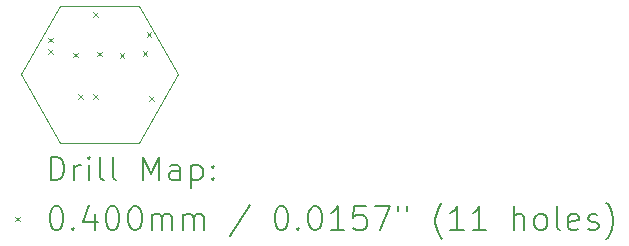
<source format=gbr>
%TF.GenerationSoftware,KiCad,Pcbnew,7.0.5*%
%TF.CreationDate,2023-06-07T10:21:34-06:00*%
%TF.ProjectId,ArmchairBarf,41726d63-6861-4697-9242-6172662e6b69,rev?*%
%TF.SameCoordinates,Original*%
%TF.FileFunction,Drillmap*%
%TF.FilePolarity,Positive*%
%FSLAX45Y45*%
G04 Gerber Fmt 4.5, Leading zero omitted, Abs format (unit mm)*
G04 Created by KiCad (PCBNEW 7.0.5) date 2023-06-07 10:21:34*
%MOMM*%
%LPD*%
G01*
G04 APERTURE LIST*
%ADD10C,0.100000*%
%ADD11C,0.200000*%
%ADD12C,0.040000*%
G04 APERTURE END LIST*
D10*
X15938500Y-10160000D02*
X15607364Y-10741754D01*
X14938149Y-10741754D01*
X14605000Y-10160000D01*
X14936747Y-9581377D01*
X15609013Y-9580370D01*
X15938500Y-10160000D01*
D11*
D12*
X14839000Y-9849550D02*
X14879000Y-9889550D01*
X14879000Y-9849550D02*
X14839000Y-9889550D01*
X14839000Y-9949500D02*
X14879000Y-9989500D01*
X14879000Y-9949500D02*
X14839000Y-9989500D01*
X15053091Y-9976507D02*
X15093091Y-10016507D01*
X15093091Y-9976507D02*
X15053091Y-10016507D01*
X15093000Y-10330500D02*
X15133000Y-10370500D01*
X15133000Y-10330500D02*
X15093000Y-10370500D01*
X15220000Y-9632000D02*
X15260000Y-9672000D01*
X15260000Y-9632000D02*
X15220000Y-9672000D01*
X15220000Y-10330500D02*
X15260000Y-10370500D01*
X15260000Y-10330500D02*
X15220000Y-10370500D01*
X15256305Y-9969170D02*
X15296305Y-10009170D01*
X15296305Y-9969170D02*
X15256305Y-10009170D01*
X15443390Y-9979922D02*
X15483390Y-10019922D01*
X15483390Y-9979922D02*
X15443390Y-10019922D01*
X15638000Y-9967020D02*
X15678000Y-10007020D01*
X15678000Y-9967020D02*
X15638000Y-10007020D01*
X15672228Y-9800721D02*
X15712228Y-9840721D01*
X15712228Y-9800721D02*
X15672228Y-9840721D01*
X15696059Y-10344224D02*
X15736059Y-10384224D01*
X15736059Y-10344224D02*
X15696059Y-10384224D01*
D11*
X14860777Y-11058238D02*
X14860777Y-10858238D01*
X14860777Y-10858238D02*
X14908396Y-10858238D01*
X14908396Y-10858238D02*
X14936967Y-10867762D01*
X14936967Y-10867762D02*
X14956015Y-10886810D01*
X14956015Y-10886810D02*
X14965539Y-10905857D01*
X14965539Y-10905857D02*
X14975062Y-10943952D01*
X14975062Y-10943952D02*
X14975062Y-10972524D01*
X14975062Y-10972524D02*
X14965539Y-11010619D01*
X14965539Y-11010619D02*
X14956015Y-11029667D01*
X14956015Y-11029667D02*
X14936967Y-11048714D01*
X14936967Y-11048714D02*
X14908396Y-11058238D01*
X14908396Y-11058238D02*
X14860777Y-11058238D01*
X15060777Y-11058238D02*
X15060777Y-10924905D01*
X15060777Y-10963000D02*
X15070301Y-10943952D01*
X15070301Y-10943952D02*
X15079824Y-10934429D01*
X15079824Y-10934429D02*
X15098872Y-10924905D01*
X15098872Y-10924905D02*
X15117920Y-10924905D01*
X15184586Y-11058238D02*
X15184586Y-10924905D01*
X15184586Y-10858238D02*
X15175062Y-10867762D01*
X15175062Y-10867762D02*
X15184586Y-10877286D01*
X15184586Y-10877286D02*
X15194110Y-10867762D01*
X15194110Y-10867762D02*
X15184586Y-10858238D01*
X15184586Y-10858238D02*
X15184586Y-10877286D01*
X15308396Y-11058238D02*
X15289348Y-11048714D01*
X15289348Y-11048714D02*
X15279824Y-11029667D01*
X15279824Y-11029667D02*
X15279824Y-10858238D01*
X15413158Y-11058238D02*
X15394110Y-11048714D01*
X15394110Y-11048714D02*
X15384586Y-11029667D01*
X15384586Y-11029667D02*
X15384586Y-10858238D01*
X15641729Y-11058238D02*
X15641729Y-10858238D01*
X15641729Y-10858238D02*
X15708396Y-11001095D01*
X15708396Y-11001095D02*
X15775062Y-10858238D01*
X15775062Y-10858238D02*
X15775062Y-11058238D01*
X15956015Y-11058238D02*
X15956015Y-10953476D01*
X15956015Y-10953476D02*
X15946491Y-10934429D01*
X15946491Y-10934429D02*
X15927443Y-10924905D01*
X15927443Y-10924905D02*
X15889348Y-10924905D01*
X15889348Y-10924905D02*
X15870301Y-10934429D01*
X15956015Y-11048714D02*
X15936967Y-11058238D01*
X15936967Y-11058238D02*
X15889348Y-11058238D01*
X15889348Y-11058238D02*
X15870301Y-11048714D01*
X15870301Y-11048714D02*
X15860777Y-11029667D01*
X15860777Y-11029667D02*
X15860777Y-11010619D01*
X15860777Y-11010619D02*
X15870301Y-10991572D01*
X15870301Y-10991572D02*
X15889348Y-10982048D01*
X15889348Y-10982048D02*
X15936967Y-10982048D01*
X15936967Y-10982048D02*
X15956015Y-10972524D01*
X16051253Y-10924905D02*
X16051253Y-11124905D01*
X16051253Y-10934429D02*
X16070301Y-10924905D01*
X16070301Y-10924905D02*
X16108396Y-10924905D01*
X16108396Y-10924905D02*
X16127443Y-10934429D01*
X16127443Y-10934429D02*
X16136967Y-10943952D01*
X16136967Y-10943952D02*
X16146491Y-10963000D01*
X16146491Y-10963000D02*
X16146491Y-11020143D01*
X16146491Y-11020143D02*
X16136967Y-11039191D01*
X16136967Y-11039191D02*
X16127443Y-11048714D01*
X16127443Y-11048714D02*
X16108396Y-11058238D01*
X16108396Y-11058238D02*
X16070301Y-11058238D01*
X16070301Y-11058238D02*
X16051253Y-11048714D01*
X16232205Y-11039191D02*
X16241729Y-11048714D01*
X16241729Y-11048714D02*
X16232205Y-11058238D01*
X16232205Y-11058238D02*
X16222682Y-11048714D01*
X16222682Y-11048714D02*
X16232205Y-11039191D01*
X16232205Y-11039191D02*
X16232205Y-11058238D01*
X16232205Y-10934429D02*
X16241729Y-10943952D01*
X16241729Y-10943952D02*
X16232205Y-10953476D01*
X16232205Y-10953476D02*
X16222682Y-10943952D01*
X16222682Y-10943952D02*
X16232205Y-10934429D01*
X16232205Y-10934429D02*
X16232205Y-10953476D01*
D12*
X14560000Y-11366754D02*
X14600000Y-11406754D01*
X14600000Y-11366754D02*
X14560000Y-11406754D01*
D11*
X14898872Y-11278238D02*
X14917920Y-11278238D01*
X14917920Y-11278238D02*
X14936967Y-11287762D01*
X14936967Y-11287762D02*
X14946491Y-11297286D01*
X14946491Y-11297286D02*
X14956015Y-11316333D01*
X14956015Y-11316333D02*
X14965539Y-11354429D01*
X14965539Y-11354429D02*
X14965539Y-11402048D01*
X14965539Y-11402048D02*
X14956015Y-11440143D01*
X14956015Y-11440143D02*
X14946491Y-11459190D01*
X14946491Y-11459190D02*
X14936967Y-11468714D01*
X14936967Y-11468714D02*
X14917920Y-11478238D01*
X14917920Y-11478238D02*
X14898872Y-11478238D01*
X14898872Y-11478238D02*
X14879824Y-11468714D01*
X14879824Y-11468714D02*
X14870301Y-11459190D01*
X14870301Y-11459190D02*
X14860777Y-11440143D01*
X14860777Y-11440143D02*
X14851253Y-11402048D01*
X14851253Y-11402048D02*
X14851253Y-11354429D01*
X14851253Y-11354429D02*
X14860777Y-11316333D01*
X14860777Y-11316333D02*
X14870301Y-11297286D01*
X14870301Y-11297286D02*
X14879824Y-11287762D01*
X14879824Y-11287762D02*
X14898872Y-11278238D01*
X15051253Y-11459190D02*
X15060777Y-11468714D01*
X15060777Y-11468714D02*
X15051253Y-11478238D01*
X15051253Y-11478238D02*
X15041729Y-11468714D01*
X15041729Y-11468714D02*
X15051253Y-11459190D01*
X15051253Y-11459190D02*
X15051253Y-11478238D01*
X15232205Y-11344905D02*
X15232205Y-11478238D01*
X15184586Y-11268714D02*
X15136967Y-11411571D01*
X15136967Y-11411571D02*
X15260777Y-11411571D01*
X15375062Y-11278238D02*
X15394110Y-11278238D01*
X15394110Y-11278238D02*
X15413158Y-11287762D01*
X15413158Y-11287762D02*
X15422682Y-11297286D01*
X15422682Y-11297286D02*
X15432205Y-11316333D01*
X15432205Y-11316333D02*
X15441729Y-11354429D01*
X15441729Y-11354429D02*
X15441729Y-11402048D01*
X15441729Y-11402048D02*
X15432205Y-11440143D01*
X15432205Y-11440143D02*
X15422682Y-11459190D01*
X15422682Y-11459190D02*
X15413158Y-11468714D01*
X15413158Y-11468714D02*
X15394110Y-11478238D01*
X15394110Y-11478238D02*
X15375062Y-11478238D01*
X15375062Y-11478238D02*
X15356015Y-11468714D01*
X15356015Y-11468714D02*
X15346491Y-11459190D01*
X15346491Y-11459190D02*
X15336967Y-11440143D01*
X15336967Y-11440143D02*
X15327443Y-11402048D01*
X15327443Y-11402048D02*
X15327443Y-11354429D01*
X15327443Y-11354429D02*
X15336967Y-11316333D01*
X15336967Y-11316333D02*
X15346491Y-11297286D01*
X15346491Y-11297286D02*
X15356015Y-11287762D01*
X15356015Y-11287762D02*
X15375062Y-11278238D01*
X15565539Y-11278238D02*
X15584586Y-11278238D01*
X15584586Y-11278238D02*
X15603634Y-11287762D01*
X15603634Y-11287762D02*
X15613158Y-11297286D01*
X15613158Y-11297286D02*
X15622682Y-11316333D01*
X15622682Y-11316333D02*
X15632205Y-11354429D01*
X15632205Y-11354429D02*
X15632205Y-11402048D01*
X15632205Y-11402048D02*
X15622682Y-11440143D01*
X15622682Y-11440143D02*
X15613158Y-11459190D01*
X15613158Y-11459190D02*
X15603634Y-11468714D01*
X15603634Y-11468714D02*
X15584586Y-11478238D01*
X15584586Y-11478238D02*
X15565539Y-11478238D01*
X15565539Y-11478238D02*
X15546491Y-11468714D01*
X15546491Y-11468714D02*
X15536967Y-11459190D01*
X15536967Y-11459190D02*
X15527443Y-11440143D01*
X15527443Y-11440143D02*
X15517920Y-11402048D01*
X15517920Y-11402048D02*
X15517920Y-11354429D01*
X15517920Y-11354429D02*
X15527443Y-11316333D01*
X15527443Y-11316333D02*
X15536967Y-11297286D01*
X15536967Y-11297286D02*
X15546491Y-11287762D01*
X15546491Y-11287762D02*
X15565539Y-11278238D01*
X15717920Y-11478238D02*
X15717920Y-11344905D01*
X15717920Y-11363952D02*
X15727443Y-11354429D01*
X15727443Y-11354429D02*
X15746491Y-11344905D01*
X15746491Y-11344905D02*
X15775063Y-11344905D01*
X15775063Y-11344905D02*
X15794110Y-11354429D01*
X15794110Y-11354429D02*
X15803634Y-11373476D01*
X15803634Y-11373476D02*
X15803634Y-11478238D01*
X15803634Y-11373476D02*
X15813158Y-11354429D01*
X15813158Y-11354429D02*
X15832205Y-11344905D01*
X15832205Y-11344905D02*
X15860777Y-11344905D01*
X15860777Y-11344905D02*
X15879824Y-11354429D01*
X15879824Y-11354429D02*
X15889348Y-11373476D01*
X15889348Y-11373476D02*
X15889348Y-11478238D01*
X15984586Y-11478238D02*
X15984586Y-11344905D01*
X15984586Y-11363952D02*
X15994110Y-11354429D01*
X15994110Y-11354429D02*
X16013158Y-11344905D01*
X16013158Y-11344905D02*
X16041729Y-11344905D01*
X16041729Y-11344905D02*
X16060777Y-11354429D01*
X16060777Y-11354429D02*
X16070301Y-11373476D01*
X16070301Y-11373476D02*
X16070301Y-11478238D01*
X16070301Y-11373476D02*
X16079824Y-11354429D01*
X16079824Y-11354429D02*
X16098872Y-11344905D01*
X16098872Y-11344905D02*
X16127443Y-11344905D01*
X16127443Y-11344905D02*
X16146491Y-11354429D01*
X16146491Y-11354429D02*
X16156015Y-11373476D01*
X16156015Y-11373476D02*
X16156015Y-11478238D01*
X16546491Y-11268714D02*
X16375063Y-11525857D01*
X16803634Y-11278238D02*
X16822682Y-11278238D01*
X16822682Y-11278238D02*
X16841729Y-11287762D01*
X16841729Y-11287762D02*
X16851253Y-11297286D01*
X16851253Y-11297286D02*
X16860777Y-11316333D01*
X16860777Y-11316333D02*
X16870301Y-11354429D01*
X16870301Y-11354429D02*
X16870301Y-11402048D01*
X16870301Y-11402048D02*
X16860777Y-11440143D01*
X16860777Y-11440143D02*
X16851253Y-11459190D01*
X16851253Y-11459190D02*
X16841729Y-11468714D01*
X16841729Y-11468714D02*
X16822682Y-11478238D01*
X16822682Y-11478238D02*
X16803634Y-11478238D01*
X16803634Y-11478238D02*
X16784587Y-11468714D01*
X16784587Y-11468714D02*
X16775063Y-11459190D01*
X16775063Y-11459190D02*
X16765539Y-11440143D01*
X16765539Y-11440143D02*
X16756015Y-11402048D01*
X16756015Y-11402048D02*
X16756015Y-11354429D01*
X16756015Y-11354429D02*
X16765539Y-11316333D01*
X16765539Y-11316333D02*
X16775063Y-11297286D01*
X16775063Y-11297286D02*
X16784587Y-11287762D01*
X16784587Y-11287762D02*
X16803634Y-11278238D01*
X16956015Y-11459190D02*
X16965539Y-11468714D01*
X16965539Y-11468714D02*
X16956015Y-11478238D01*
X16956015Y-11478238D02*
X16946491Y-11468714D01*
X16946491Y-11468714D02*
X16956015Y-11459190D01*
X16956015Y-11459190D02*
X16956015Y-11478238D01*
X17089348Y-11278238D02*
X17108396Y-11278238D01*
X17108396Y-11278238D02*
X17127444Y-11287762D01*
X17127444Y-11287762D02*
X17136968Y-11297286D01*
X17136968Y-11297286D02*
X17146491Y-11316333D01*
X17146491Y-11316333D02*
X17156015Y-11354429D01*
X17156015Y-11354429D02*
X17156015Y-11402048D01*
X17156015Y-11402048D02*
X17146491Y-11440143D01*
X17146491Y-11440143D02*
X17136968Y-11459190D01*
X17136968Y-11459190D02*
X17127444Y-11468714D01*
X17127444Y-11468714D02*
X17108396Y-11478238D01*
X17108396Y-11478238D02*
X17089348Y-11478238D01*
X17089348Y-11478238D02*
X17070301Y-11468714D01*
X17070301Y-11468714D02*
X17060777Y-11459190D01*
X17060777Y-11459190D02*
X17051253Y-11440143D01*
X17051253Y-11440143D02*
X17041729Y-11402048D01*
X17041729Y-11402048D02*
X17041729Y-11354429D01*
X17041729Y-11354429D02*
X17051253Y-11316333D01*
X17051253Y-11316333D02*
X17060777Y-11297286D01*
X17060777Y-11297286D02*
X17070301Y-11287762D01*
X17070301Y-11287762D02*
X17089348Y-11278238D01*
X17346491Y-11478238D02*
X17232206Y-11478238D01*
X17289348Y-11478238D02*
X17289348Y-11278238D01*
X17289348Y-11278238D02*
X17270301Y-11306810D01*
X17270301Y-11306810D02*
X17251253Y-11325857D01*
X17251253Y-11325857D02*
X17232206Y-11335381D01*
X17527444Y-11278238D02*
X17432206Y-11278238D01*
X17432206Y-11278238D02*
X17422682Y-11373476D01*
X17422682Y-11373476D02*
X17432206Y-11363952D01*
X17432206Y-11363952D02*
X17451253Y-11354429D01*
X17451253Y-11354429D02*
X17498872Y-11354429D01*
X17498872Y-11354429D02*
X17517920Y-11363952D01*
X17517920Y-11363952D02*
X17527444Y-11373476D01*
X17527444Y-11373476D02*
X17536968Y-11392524D01*
X17536968Y-11392524D02*
X17536968Y-11440143D01*
X17536968Y-11440143D02*
X17527444Y-11459190D01*
X17527444Y-11459190D02*
X17517920Y-11468714D01*
X17517920Y-11468714D02*
X17498872Y-11478238D01*
X17498872Y-11478238D02*
X17451253Y-11478238D01*
X17451253Y-11478238D02*
X17432206Y-11468714D01*
X17432206Y-11468714D02*
X17422682Y-11459190D01*
X17603634Y-11278238D02*
X17736968Y-11278238D01*
X17736968Y-11278238D02*
X17651253Y-11478238D01*
X17803634Y-11278238D02*
X17803634Y-11316333D01*
X17879825Y-11278238D02*
X17879825Y-11316333D01*
X18175063Y-11554429D02*
X18165539Y-11544905D01*
X18165539Y-11544905D02*
X18146491Y-11516333D01*
X18146491Y-11516333D02*
X18136968Y-11497286D01*
X18136968Y-11497286D02*
X18127444Y-11468714D01*
X18127444Y-11468714D02*
X18117920Y-11421095D01*
X18117920Y-11421095D02*
X18117920Y-11383000D01*
X18117920Y-11383000D02*
X18127444Y-11335381D01*
X18127444Y-11335381D02*
X18136968Y-11306810D01*
X18136968Y-11306810D02*
X18146491Y-11287762D01*
X18146491Y-11287762D02*
X18165539Y-11259190D01*
X18165539Y-11259190D02*
X18175063Y-11249667D01*
X18356015Y-11478238D02*
X18241730Y-11478238D01*
X18298872Y-11478238D02*
X18298872Y-11278238D01*
X18298872Y-11278238D02*
X18279825Y-11306810D01*
X18279825Y-11306810D02*
X18260777Y-11325857D01*
X18260777Y-11325857D02*
X18241730Y-11335381D01*
X18546491Y-11478238D02*
X18432206Y-11478238D01*
X18489349Y-11478238D02*
X18489349Y-11278238D01*
X18489349Y-11278238D02*
X18470301Y-11306810D01*
X18470301Y-11306810D02*
X18451253Y-11325857D01*
X18451253Y-11325857D02*
X18432206Y-11335381D01*
X18784587Y-11478238D02*
X18784587Y-11278238D01*
X18870301Y-11478238D02*
X18870301Y-11373476D01*
X18870301Y-11373476D02*
X18860777Y-11354429D01*
X18860777Y-11354429D02*
X18841730Y-11344905D01*
X18841730Y-11344905D02*
X18813158Y-11344905D01*
X18813158Y-11344905D02*
X18794111Y-11354429D01*
X18794111Y-11354429D02*
X18784587Y-11363952D01*
X18994111Y-11478238D02*
X18975063Y-11468714D01*
X18975063Y-11468714D02*
X18965539Y-11459190D01*
X18965539Y-11459190D02*
X18956015Y-11440143D01*
X18956015Y-11440143D02*
X18956015Y-11383000D01*
X18956015Y-11383000D02*
X18965539Y-11363952D01*
X18965539Y-11363952D02*
X18975063Y-11354429D01*
X18975063Y-11354429D02*
X18994111Y-11344905D01*
X18994111Y-11344905D02*
X19022682Y-11344905D01*
X19022682Y-11344905D02*
X19041730Y-11354429D01*
X19041730Y-11354429D02*
X19051253Y-11363952D01*
X19051253Y-11363952D02*
X19060777Y-11383000D01*
X19060777Y-11383000D02*
X19060777Y-11440143D01*
X19060777Y-11440143D02*
X19051253Y-11459190D01*
X19051253Y-11459190D02*
X19041730Y-11468714D01*
X19041730Y-11468714D02*
X19022682Y-11478238D01*
X19022682Y-11478238D02*
X18994111Y-11478238D01*
X19175063Y-11478238D02*
X19156015Y-11468714D01*
X19156015Y-11468714D02*
X19146492Y-11449667D01*
X19146492Y-11449667D02*
X19146492Y-11278238D01*
X19327444Y-11468714D02*
X19308396Y-11478238D01*
X19308396Y-11478238D02*
X19270301Y-11478238D01*
X19270301Y-11478238D02*
X19251253Y-11468714D01*
X19251253Y-11468714D02*
X19241730Y-11449667D01*
X19241730Y-11449667D02*
X19241730Y-11373476D01*
X19241730Y-11373476D02*
X19251253Y-11354429D01*
X19251253Y-11354429D02*
X19270301Y-11344905D01*
X19270301Y-11344905D02*
X19308396Y-11344905D01*
X19308396Y-11344905D02*
X19327444Y-11354429D01*
X19327444Y-11354429D02*
X19336968Y-11373476D01*
X19336968Y-11373476D02*
X19336968Y-11392524D01*
X19336968Y-11392524D02*
X19241730Y-11411571D01*
X19413158Y-11468714D02*
X19432206Y-11478238D01*
X19432206Y-11478238D02*
X19470301Y-11478238D01*
X19470301Y-11478238D02*
X19489349Y-11468714D01*
X19489349Y-11468714D02*
X19498873Y-11449667D01*
X19498873Y-11449667D02*
X19498873Y-11440143D01*
X19498873Y-11440143D02*
X19489349Y-11421095D01*
X19489349Y-11421095D02*
X19470301Y-11411571D01*
X19470301Y-11411571D02*
X19441730Y-11411571D01*
X19441730Y-11411571D02*
X19422682Y-11402048D01*
X19422682Y-11402048D02*
X19413158Y-11383000D01*
X19413158Y-11383000D02*
X19413158Y-11373476D01*
X19413158Y-11373476D02*
X19422682Y-11354429D01*
X19422682Y-11354429D02*
X19441730Y-11344905D01*
X19441730Y-11344905D02*
X19470301Y-11344905D01*
X19470301Y-11344905D02*
X19489349Y-11354429D01*
X19565539Y-11554429D02*
X19575063Y-11544905D01*
X19575063Y-11544905D02*
X19594111Y-11516333D01*
X19594111Y-11516333D02*
X19603634Y-11497286D01*
X19603634Y-11497286D02*
X19613158Y-11468714D01*
X19613158Y-11468714D02*
X19622682Y-11421095D01*
X19622682Y-11421095D02*
X19622682Y-11383000D01*
X19622682Y-11383000D02*
X19613158Y-11335381D01*
X19613158Y-11335381D02*
X19603634Y-11306810D01*
X19603634Y-11306810D02*
X19594111Y-11287762D01*
X19594111Y-11287762D02*
X19575063Y-11259190D01*
X19575063Y-11259190D02*
X19565539Y-11249667D01*
M02*

</source>
